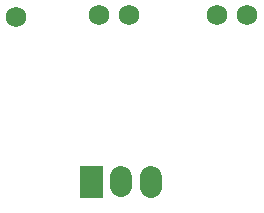
<source format=gbs>
G04 Layer: BottomSolderMaskLayer*
G04 EasyEDA v6.4.25, 2021-12-08T09:20:59--6:00*
G04 69f887db25cf48ce9622c15e18288c25,10*
G04 Gerber Generator version 0.2*
G04 Scale: 100 percent, Rotated: No, Reflected: No *
G04 Dimensions in millimeters *
G04 leading zeros omitted , absolute positions ,4 integer and 5 decimal *
%FSLAX45Y45*%
%MOMM*%

%ADD20C,1.9016*%
%ADD24C,1.7272*%

%LPD*%
D20*
X2413000Y13858082D02*
G01*
X2413000Y13778082D01*
X2667025Y13857091D02*
G01*
X2667025Y13777092D01*
D24*
G01*
X1524000Y15214600D03*
G36*
X2064004Y13682979D02*
G01*
X2064004Y13953236D01*
X2253995Y13953236D01*
X2253995Y13682979D01*
G37*
G01*
X2222500Y15227300D03*
G01*
X2476500Y15227300D03*
G01*
X3225800Y15227300D03*
G01*
X3479800Y15227300D03*
M02*

</source>
